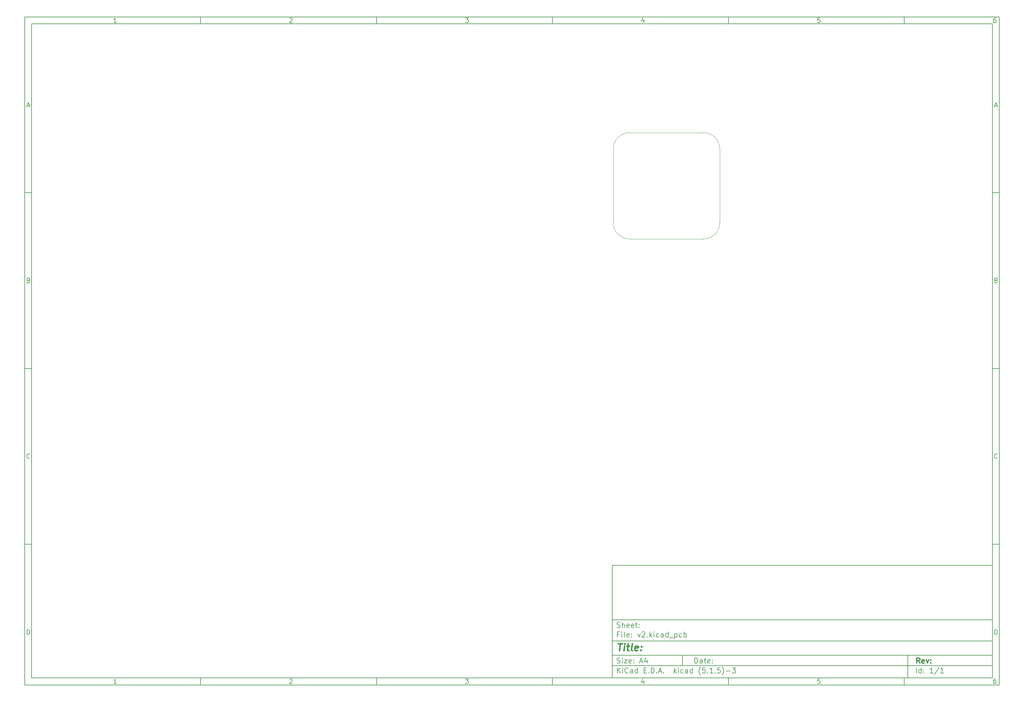
<source format=gbr>
G04 #@! TF.GenerationSoftware,KiCad,Pcbnew,(5.1.5)-3*
G04 #@! TF.CreationDate,2020-05-09T15:27:07-04:00*
G04 #@! TF.ProjectId,v2,76322e6b-6963-4616-945f-706362585858,rev?*
G04 #@! TF.SameCoordinates,Original*
G04 #@! TF.FileFunction,Profile,NP*
%FSLAX46Y46*%
G04 Gerber Fmt 4.6, Leading zero omitted, Abs format (unit mm)*
G04 Created by KiCad (PCBNEW (5.1.5)-3) date 2020-05-09 15:27:07*
%MOMM*%
%LPD*%
G04 APERTURE LIST*
%ADD10C,0.100000*%
%ADD11C,0.150000*%
%ADD12C,0.300000*%
%ADD13C,0.400000*%
%ADD14C,0.050000*%
G04 APERTURE END LIST*
D10*
D11*
X177002200Y-166007200D02*
X177002200Y-198007200D01*
X285002200Y-198007200D01*
X285002200Y-166007200D01*
X177002200Y-166007200D01*
D10*
D11*
X10000000Y-10000000D02*
X10000000Y-200007200D01*
X287002200Y-200007200D01*
X287002200Y-10000000D01*
X10000000Y-10000000D01*
D10*
D11*
X12000000Y-12000000D02*
X12000000Y-198007200D01*
X285002200Y-198007200D01*
X285002200Y-12000000D01*
X12000000Y-12000000D01*
D10*
D11*
X60000000Y-12000000D02*
X60000000Y-10000000D01*
D10*
D11*
X110000000Y-12000000D02*
X110000000Y-10000000D01*
D10*
D11*
X160000000Y-12000000D02*
X160000000Y-10000000D01*
D10*
D11*
X210000000Y-12000000D02*
X210000000Y-10000000D01*
D10*
D11*
X260000000Y-12000000D02*
X260000000Y-10000000D01*
D10*
D11*
X36065476Y-11588095D02*
X35322619Y-11588095D01*
X35694047Y-11588095D02*
X35694047Y-10288095D01*
X35570238Y-10473809D01*
X35446428Y-10597619D01*
X35322619Y-10659523D01*
D10*
D11*
X85322619Y-10411904D02*
X85384523Y-10350000D01*
X85508333Y-10288095D01*
X85817857Y-10288095D01*
X85941666Y-10350000D01*
X86003571Y-10411904D01*
X86065476Y-10535714D01*
X86065476Y-10659523D01*
X86003571Y-10845238D01*
X85260714Y-11588095D01*
X86065476Y-11588095D01*
D10*
D11*
X135260714Y-10288095D02*
X136065476Y-10288095D01*
X135632142Y-10783333D01*
X135817857Y-10783333D01*
X135941666Y-10845238D01*
X136003571Y-10907142D01*
X136065476Y-11030952D01*
X136065476Y-11340476D01*
X136003571Y-11464285D01*
X135941666Y-11526190D01*
X135817857Y-11588095D01*
X135446428Y-11588095D01*
X135322619Y-11526190D01*
X135260714Y-11464285D01*
D10*
D11*
X185941666Y-10721428D02*
X185941666Y-11588095D01*
X185632142Y-10226190D02*
X185322619Y-11154761D01*
X186127380Y-11154761D01*
D10*
D11*
X236003571Y-10288095D02*
X235384523Y-10288095D01*
X235322619Y-10907142D01*
X235384523Y-10845238D01*
X235508333Y-10783333D01*
X235817857Y-10783333D01*
X235941666Y-10845238D01*
X236003571Y-10907142D01*
X236065476Y-11030952D01*
X236065476Y-11340476D01*
X236003571Y-11464285D01*
X235941666Y-11526190D01*
X235817857Y-11588095D01*
X235508333Y-11588095D01*
X235384523Y-11526190D01*
X235322619Y-11464285D01*
D10*
D11*
X285941666Y-10288095D02*
X285694047Y-10288095D01*
X285570238Y-10350000D01*
X285508333Y-10411904D01*
X285384523Y-10597619D01*
X285322619Y-10845238D01*
X285322619Y-11340476D01*
X285384523Y-11464285D01*
X285446428Y-11526190D01*
X285570238Y-11588095D01*
X285817857Y-11588095D01*
X285941666Y-11526190D01*
X286003571Y-11464285D01*
X286065476Y-11340476D01*
X286065476Y-11030952D01*
X286003571Y-10907142D01*
X285941666Y-10845238D01*
X285817857Y-10783333D01*
X285570238Y-10783333D01*
X285446428Y-10845238D01*
X285384523Y-10907142D01*
X285322619Y-11030952D01*
D10*
D11*
X60000000Y-198007200D02*
X60000000Y-200007200D01*
D10*
D11*
X110000000Y-198007200D02*
X110000000Y-200007200D01*
D10*
D11*
X160000000Y-198007200D02*
X160000000Y-200007200D01*
D10*
D11*
X210000000Y-198007200D02*
X210000000Y-200007200D01*
D10*
D11*
X260000000Y-198007200D02*
X260000000Y-200007200D01*
D10*
D11*
X36065476Y-199595295D02*
X35322619Y-199595295D01*
X35694047Y-199595295D02*
X35694047Y-198295295D01*
X35570238Y-198481009D01*
X35446428Y-198604819D01*
X35322619Y-198666723D01*
D10*
D11*
X85322619Y-198419104D02*
X85384523Y-198357200D01*
X85508333Y-198295295D01*
X85817857Y-198295295D01*
X85941666Y-198357200D01*
X86003571Y-198419104D01*
X86065476Y-198542914D01*
X86065476Y-198666723D01*
X86003571Y-198852438D01*
X85260714Y-199595295D01*
X86065476Y-199595295D01*
D10*
D11*
X135260714Y-198295295D02*
X136065476Y-198295295D01*
X135632142Y-198790533D01*
X135817857Y-198790533D01*
X135941666Y-198852438D01*
X136003571Y-198914342D01*
X136065476Y-199038152D01*
X136065476Y-199347676D01*
X136003571Y-199471485D01*
X135941666Y-199533390D01*
X135817857Y-199595295D01*
X135446428Y-199595295D01*
X135322619Y-199533390D01*
X135260714Y-199471485D01*
D10*
D11*
X185941666Y-198728628D02*
X185941666Y-199595295D01*
X185632142Y-198233390D02*
X185322619Y-199161961D01*
X186127380Y-199161961D01*
D10*
D11*
X236003571Y-198295295D02*
X235384523Y-198295295D01*
X235322619Y-198914342D01*
X235384523Y-198852438D01*
X235508333Y-198790533D01*
X235817857Y-198790533D01*
X235941666Y-198852438D01*
X236003571Y-198914342D01*
X236065476Y-199038152D01*
X236065476Y-199347676D01*
X236003571Y-199471485D01*
X235941666Y-199533390D01*
X235817857Y-199595295D01*
X235508333Y-199595295D01*
X235384523Y-199533390D01*
X235322619Y-199471485D01*
D10*
D11*
X285941666Y-198295295D02*
X285694047Y-198295295D01*
X285570238Y-198357200D01*
X285508333Y-198419104D01*
X285384523Y-198604819D01*
X285322619Y-198852438D01*
X285322619Y-199347676D01*
X285384523Y-199471485D01*
X285446428Y-199533390D01*
X285570238Y-199595295D01*
X285817857Y-199595295D01*
X285941666Y-199533390D01*
X286003571Y-199471485D01*
X286065476Y-199347676D01*
X286065476Y-199038152D01*
X286003571Y-198914342D01*
X285941666Y-198852438D01*
X285817857Y-198790533D01*
X285570238Y-198790533D01*
X285446428Y-198852438D01*
X285384523Y-198914342D01*
X285322619Y-199038152D01*
D10*
D11*
X10000000Y-60000000D02*
X12000000Y-60000000D01*
D10*
D11*
X10000000Y-110000000D02*
X12000000Y-110000000D01*
D10*
D11*
X10000000Y-160000000D02*
X12000000Y-160000000D01*
D10*
D11*
X10690476Y-35216666D02*
X11309523Y-35216666D01*
X10566666Y-35588095D02*
X11000000Y-34288095D01*
X11433333Y-35588095D01*
D10*
D11*
X11092857Y-84907142D02*
X11278571Y-84969047D01*
X11340476Y-85030952D01*
X11402380Y-85154761D01*
X11402380Y-85340476D01*
X11340476Y-85464285D01*
X11278571Y-85526190D01*
X11154761Y-85588095D01*
X10659523Y-85588095D01*
X10659523Y-84288095D01*
X11092857Y-84288095D01*
X11216666Y-84350000D01*
X11278571Y-84411904D01*
X11340476Y-84535714D01*
X11340476Y-84659523D01*
X11278571Y-84783333D01*
X11216666Y-84845238D01*
X11092857Y-84907142D01*
X10659523Y-84907142D01*
D10*
D11*
X11402380Y-135464285D02*
X11340476Y-135526190D01*
X11154761Y-135588095D01*
X11030952Y-135588095D01*
X10845238Y-135526190D01*
X10721428Y-135402380D01*
X10659523Y-135278571D01*
X10597619Y-135030952D01*
X10597619Y-134845238D01*
X10659523Y-134597619D01*
X10721428Y-134473809D01*
X10845238Y-134350000D01*
X11030952Y-134288095D01*
X11154761Y-134288095D01*
X11340476Y-134350000D01*
X11402380Y-134411904D01*
D10*
D11*
X10659523Y-185588095D02*
X10659523Y-184288095D01*
X10969047Y-184288095D01*
X11154761Y-184350000D01*
X11278571Y-184473809D01*
X11340476Y-184597619D01*
X11402380Y-184845238D01*
X11402380Y-185030952D01*
X11340476Y-185278571D01*
X11278571Y-185402380D01*
X11154761Y-185526190D01*
X10969047Y-185588095D01*
X10659523Y-185588095D01*
D10*
D11*
X287002200Y-60000000D02*
X285002200Y-60000000D01*
D10*
D11*
X287002200Y-110000000D02*
X285002200Y-110000000D01*
D10*
D11*
X287002200Y-160000000D02*
X285002200Y-160000000D01*
D10*
D11*
X285692676Y-35216666D02*
X286311723Y-35216666D01*
X285568866Y-35588095D02*
X286002200Y-34288095D01*
X286435533Y-35588095D01*
D10*
D11*
X286095057Y-84907142D02*
X286280771Y-84969047D01*
X286342676Y-85030952D01*
X286404580Y-85154761D01*
X286404580Y-85340476D01*
X286342676Y-85464285D01*
X286280771Y-85526190D01*
X286156961Y-85588095D01*
X285661723Y-85588095D01*
X285661723Y-84288095D01*
X286095057Y-84288095D01*
X286218866Y-84350000D01*
X286280771Y-84411904D01*
X286342676Y-84535714D01*
X286342676Y-84659523D01*
X286280771Y-84783333D01*
X286218866Y-84845238D01*
X286095057Y-84907142D01*
X285661723Y-84907142D01*
D10*
D11*
X286404580Y-135464285D02*
X286342676Y-135526190D01*
X286156961Y-135588095D01*
X286033152Y-135588095D01*
X285847438Y-135526190D01*
X285723628Y-135402380D01*
X285661723Y-135278571D01*
X285599819Y-135030952D01*
X285599819Y-134845238D01*
X285661723Y-134597619D01*
X285723628Y-134473809D01*
X285847438Y-134350000D01*
X286033152Y-134288095D01*
X286156961Y-134288095D01*
X286342676Y-134350000D01*
X286404580Y-134411904D01*
D10*
D11*
X285661723Y-185588095D02*
X285661723Y-184288095D01*
X285971247Y-184288095D01*
X286156961Y-184350000D01*
X286280771Y-184473809D01*
X286342676Y-184597619D01*
X286404580Y-184845238D01*
X286404580Y-185030952D01*
X286342676Y-185278571D01*
X286280771Y-185402380D01*
X286156961Y-185526190D01*
X285971247Y-185588095D01*
X285661723Y-185588095D01*
D10*
D11*
X200434342Y-193785771D02*
X200434342Y-192285771D01*
X200791485Y-192285771D01*
X201005771Y-192357200D01*
X201148628Y-192500057D01*
X201220057Y-192642914D01*
X201291485Y-192928628D01*
X201291485Y-193142914D01*
X201220057Y-193428628D01*
X201148628Y-193571485D01*
X201005771Y-193714342D01*
X200791485Y-193785771D01*
X200434342Y-193785771D01*
X202577200Y-193785771D02*
X202577200Y-193000057D01*
X202505771Y-192857200D01*
X202362914Y-192785771D01*
X202077200Y-192785771D01*
X201934342Y-192857200D01*
X202577200Y-193714342D02*
X202434342Y-193785771D01*
X202077200Y-193785771D01*
X201934342Y-193714342D01*
X201862914Y-193571485D01*
X201862914Y-193428628D01*
X201934342Y-193285771D01*
X202077200Y-193214342D01*
X202434342Y-193214342D01*
X202577200Y-193142914D01*
X203077200Y-192785771D02*
X203648628Y-192785771D01*
X203291485Y-192285771D02*
X203291485Y-193571485D01*
X203362914Y-193714342D01*
X203505771Y-193785771D01*
X203648628Y-193785771D01*
X204720057Y-193714342D02*
X204577200Y-193785771D01*
X204291485Y-193785771D01*
X204148628Y-193714342D01*
X204077200Y-193571485D01*
X204077200Y-193000057D01*
X204148628Y-192857200D01*
X204291485Y-192785771D01*
X204577200Y-192785771D01*
X204720057Y-192857200D01*
X204791485Y-193000057D01*
X204791485Y-193142914D01*
X204077200Y-193285771D01*
X205434342Y-193642914D02*
X205505771Y-193714342D01*
X205434342Y-193785771D01*
X205362914Y-193714342D01*
X205434342Y-193642914D01*
X205434342Y-193785771D01*
X205434342Y-192857200D02*
X205505771Y-192928628D01*
X205434342Y-193000057D01*
X205362914Y-192928628D01*
X205434342Y-192857200D01*
X205434342Y-193000057D01*
D10*
D11*
X177002200Y-194507200D02*
X285002200Y-194507200D01*
D10*
D11*
X178434342Y-196585771D02*
X178434342Y-195085771D01*
X179291485Y-196585771D02*
X178648628Y-195728628D01*
X179291485Y-195085771D02*
X178434342Y-195942914D01*
X179934342Y-196585771D02*
X179934342Y-195585771D01*
X179934342Y-195085771D02*
X179862914Y-195157200D01*
X179934342Y-195228628D01*
X180005771Y-195157200D01*
X179934342Y-195085771D01*
X179934342Y-195228628D01*
X181505771Y-196442914D02*
X181434342Y-196514342D01*
X181220057Y-196585771D01*
X181077200Y-196585771D01*
X180862914Y-196514342D01*
X180720057Y-196371485D01*
X180648628Y-196228628D01*
X180577200Y-195942914D01*
X180577200Y-195728628D01*
X180648628Y-195442914D01*
X180720057Y-195300057D01*
X180862914Y-195157200D01*
X181077200Y-195085771D01*
X181220057Y-195085771D01*
X181434342Y-195157200D01*
X181505771Y-195228628D01*
X182791485Y-196585771D02*
X182791485Y-195800057D01*
X182720057Y-195657200D01*
X182577200Y-195585771D01*
X182291485Y-195585771D01*
X182148628Y-195657200D01*
X182791485Y-196514342D02*
X182648628Y-196585771D01*
X182291485Y-196585771D01*
X182148628Y-196514342D01*
X182077200Y-196371485D01*
X182077200Y-196228628D01*
X182148628Y-196085771D01*
X182291485Y-196014342D01*
X182648628Y-196014342D01*
X182791485Y-195942914D01*
X184148628Y-196585771D02*
X184148628Y-195085771D01*
X184148628Y-196514342D02*
X184005771Y-196585771D01*
X183720057Y-196585771D01*
X183577200Y-196514342D01*
X183505771Y-196442914D01*
X183434342Y-196300057D01*
X183434342Y-195871485D01*
X183505771Y-195728628D01*
X183577200Y-195657200D01*
X183720057Y-195585771D01*
X184005771Y-195585771D01*
X184148628Y-195657200D01*
X186005771Y-195800057D02*
X186505771Y-195800057D01*
X186720057Y-196585771D02*
X186005771Y-196585771D01*
X186005771Y-195085771D01*
X186720057Y-195085771D01*
X187362914Y-196442914D02*
X187434342Y-196514342D01*
X187362914Y-196585771D01*
X187291485Y-196514342D01*
X187362914Y-196442914D01*
X187362914Y-196585771D01*
X188077200Y-196585771D02*
X188077200Y-195085771D01*
X188434342Y-195085771D01*
X188648628Y-195157200D01*
X188791485Y-195300057D01*
X188862914Y-195442914D01*
X188934342Y-195728628D01*
X188934342Y-195942914D01*
X188862914Y-196228628D01*
X188791485Y-196371485D01*
X188648628Y-196514342D01*
X188434342Y-196585771D01*
X188077200Y-196585771D01*
X189577200Y-196442914D02*
X189648628Y-196514342D01*
X189577200Y-196585771D01*
X189505771Y-196514342D01*
X189577200Y-196442914D01*
X189577200Y-196585771D01*
X190220057Y-196157200D02*
X190934342Y-196157200D01*
X190077200Y-196585771D02*
X190577200Y-195085771D01*
X191077200Y-196585771D01*
X191577200Y-196442914D02*
X191648628Y-196514342D01*
X191577200Y-196585771D01*
X191505771Y-196514342D01*
X191577200Y-196442914D01*
X191577200Y-196585771D01*
X194577200Y-196585771D02*
X194577200Y-195085771D01*
X194720057Y-196014342D02*
X195148628Y-196585771D01*
X195148628Y-195585771D02*
X194577200Y-196157200D01*
X195791485Y-196585771D02*
X195791485Y-195585771D01*
X195791485Y-195085771D02*
X195720057Y-195157200D01*
X195791485Y-195228628D01*
X195862914Y-195157200D01*
X195791485Y-195085771D01*
X195791485Y-195228628D01*
X197148628Y-196514342D02*
X197005771Y-196585771D01*
X196720057Y-196585771D01*
X196577200Y-196514342D01*
X196505771Y-196442914D01*
X196434342Y-196300057D01*
X196434342Y-195871485D01*
X196505771Y-195728628D01*
X196577200Y-195657200D01*
X196720057Y-195585771D01*
X197005771Y-195585771D01*
X197148628Y-195657200D01*
X198434342Y-196585771D02*
X198434342Y-195800057D01*
X198362914Y-195657200D01*
X198220057Y-195585771D01*
X197934342Y-195585771D01*
X197791485Y-195657200D01*
X198434342Y-196514342D02*
X198291485Y-196585771D01*
X197934342Y-196585771D01*
X197791485Y-196514342D01*
X197720057Y-196371485D01*
X197720057Y-196228628D01*
X197791485Y-196085771D01*
X197934342Y-196014342D01*
X198291485Y-196014342D01*
X198434342Y-195942914D01*
X199791485Y-196585771D02*
X199791485Y-195085771D01*
X199791485Y-196514342D02*
X199648628Y-196585771D01*
X199362914Y-196585771D01*
X199220057Y-196514342D01*
X199148628Y-196442914D01*
X199077200Y-196300057D01*
X199077200Y-195871485D01*
X199148628Y-195728628D01*
X199220057Y-195657200D01*
X199362914Y-195585771D01*
X199648628Y-195585771D01*
X199791485Y-195657200D01*
X202077200Y-197157200D02*
X202005771Y-197085771D01*
X201862914Y-196871485D01*
X201791485Y-196728628D01*
X201720057Y-196514342D01*
X201648628Y-196157200D01*
X201648628Y-195871485D01*
X201720057Y-195514342D01*
X201791485Y-195300057D01*
X201862914Y-195157200D01*
X202005771Y-194942914D01*
X202077200Y-194871485D01*
X203362914Y-195085771D02*
X202648628Y-195085771D01*
X202577200Y-195800057D01*
X202648628Y-195728628D01*
X202791485Y-195657200D01*
X203148628Y-195657200D01*
X203291485Y-195728628D01*
X203362914Y-195800057D01*
X203434342Y-195942914D01*
X203434342Y-196300057D01*
X203362914Y-196442914D01*
X203291485Y-196514342D01*
X203148628Y-196585771D01*
X202791485Y-196585771D01*
X202648628Y-196514342D01*
X202577200Y-196442914D01*
X204077200Y-196442914D02*
X204148628Y-196514342D01*
X204077200Y-196585771D01*
X204005771Y-196514342D01*
X204077200Y-196442914D01*
X204077200Y-196585771D01*
X205577200Y-196585771D02*
X204720057Y-196585771D01*
X205148628Y-196585771D02*
X205148628Y-195085771D01*
X205005771Y-195300057D01*
X204862914Y-195442914D01*
X204720057Y-195514342D01*
X206220057Y-196442914D02*
X206291485Y-196514342D01*
X206220057Y-196585771D01*
X206148628Y-196514342D01*
X206220057Y-196442914D01*
X206220057Y-196585771D01*
X207648628Y-195085771D02*
X206934342Y-195085771D01*
X206862914Y-195800057D01*
X206934342Y-195728628D01*
X207077200Y-195657200D01*
X207434342Y-195657200D01*
X207577200Y-195728628D01*
X207648628Y-195800057D01*
X207720057Y-195942914D01*
X207720057Y-196300057D01*
X207648628Y-196442914D01*
X207577200Y-196514342D01*
X207434342Y-196585771D01*
X207077200Y-196585771D01*
X206934342Y-196514342D01*
X206862914Y-196442914D01*
X208220057Y-197157200D02*
X208291485Y-197085771D01*
X208434342Y-196871485D01*
X208505771Y-196728628D01*
X208577200Y-196514342D01*
X208648628Y-196157200D01*
X208648628Y-195871485D01*
X208577200Y-195514342D01*
X208505771Y-195300057D01*
X208434342Y-195157200D01*
X208291485Y-194942914D01*
X208220057Y-194871485D01*
X209362914Y-196014342D02*
X210505771Y-196014342D01*
X211077200Y-195085771D02*
X212005771Y-195085771D01*
X211505771Y-195657200D01*
X211720057Y-195657200D01*
X211862914Y-195728628D01*
X211934342Y-195800057D01*
X212005771Y-195942914D01*
X212005771Y-196300057D01*
X211934342Y-196442914D01*
X211862914Y-196514342D01*
X211720057Y-196585771D01*
X211291485Y-196585771D01*
X211148628Y-196514342D01*
X211077200Y-196442914D01*
D10*
D11*
X177002200Y-191507200D02*
X285002200Y-191507200D01*
D10*
D12*
X264411485Y-193785771D02*
X263911485Y-193071485D01*
X263554342Y-193785771D02*
X263554342Y-192285771D01*
X264125771Y-192285771D01*
X264268628Y-192357200D01*
X264340057Y-192428628D01*
X264411485Y-192571485D01*
X264411485Y-192785771D01*
X264340057Y-192928628D01*
X264268628Y-193000057D01*
X264125771Y-193071485D01*
X263554342Y-193071485D01*
X265625771Y-193714342D02*
X265482914Y-193785771D01*
X265197200Y-193785771D01*
X265054342Y-193714342D01*
X264982914Y-193571485D01*
X264982914Y-193000057D01*
X265054342Y-192857200D01*
X265197200Y-192785771D01*
X265482914Y-192785771D01*
X265625771Y-192857200D01*
X265697200Y-193000057D01*
X265697200Y-193142914D01*
X264982914Y-193285771D01*
X266197200Y-192785771D02*
X266554342Y-193785771D01*
X266911485Y-192785771D01*
X267482914Y-193642914D02*
X267554342Y-193714342D01*
X267482914Y-193785771D01*
X267411485Y-193714342D01*
X267482914Y-193642914D01*
X267482914Y-193785771D01*
X267482914Y-192857200D02*
X267554342Y-192928628D01*
X267482914Y-193000057D01*
X267411485Y-192928628D01*
X267482914Y-192857200D01*
X267482914Y-193000057D01*
D10*
D11*
X178362914Y-193714342D02*
X178577200Y-193785771D01*
X178934342Y-193785771D01*
X179077200Y-193714342D01*
X179148628Y-193642914D01*
X179220057Y-193500057D01*
X179220057Y-193357200D01*
X179148628Y-193214342D01*
X179077200Y-193142914D01*
X178934342Y-193071485D01*
X178648628Y-193000057D01*
X178505771Y-192928628D01*
X178434342Y-192857200D01*
X178362914Y-192714342D01*
X178362914Y-192571485D01*
X178434342Y-192428628D01*
X178505771Y-192357200D01*
X178648628Y-192285771D01*
X179005771Y-192285771D01*
X179220057Y-192357200D01*
X179862914Y-193785771D02*
X179862914Y-192785771D01*
X179862914Y-192285771D02*
X179791485Y-192357200D01*
X179862914Y-192428628D01*
X179934342Y-192357200D01*
X179862914Y-192285771D01*
X179862914Y-192428628D01*
X180434342Y-192785771D02*
X181220057Y-192785771D01*
X180434342Y-193785771D01*
X181220057Y-193785771D01*
X182362914Y-193714342D02*
X182220057Y-193785771D01*
X181934342Y-193785771D01*
X181791485Y-193714342D01*
X181720057Y-193571485D01*
X181720057Y-193000057D01*
X181791485Y-192857200D01*
X181934342Y-192785771D01*
X182220057Y-192785771D01*
X182362914Y-192857200D01*
X182434342Y-193000057D01*
X182434342Y-193142914D01*
X181720057Y-193285771D01*
X183077200Y-193642914D02*
X183148628Y-193714342D01*
X183077200Y-193785771D01*
X183005771Y-193714342D01*
X183077200Y-193642914D01*
X183077200Y-193785771D01*
X183077200Y-192857200D02*
X183148628Y-192928628D01*
X183077200Y-193000057D01*
X183005771Y-192928628D01*
X183077200Y-192857200D01*
X183077200Y-193000057D01*
X184862914Y-193357200D02*
X185577200Y-193357200D01*
X184720057Y-193785771D02*
X185220057Y-192285771D01*
X185720057Y-193785771D01*
X186862914Y-192785771D02*
X186862914Y-193785771D01*
X186505771Y-192214342D02*
X186148628Y-193285771D01*
X187077200Y-193285771D01*
D10*
D11*
X263434342Y-196585771D02*
X263434342Y-195085771D01*
X264791485Y-196585771D02*
X264791485Y-195085771D01*
X264791485Y-196514342D02*
X264648628Y-196585771D01*
X264362914Y-196585771D01*
X264220057Y-196514342D01*
X264148628Y-196442914D01*
X264077200Y-196300057D01*
X264077200Y-195871485D01*
X264148628Y-195728628D01*
X264220057Y-195657200D01*
X264362914Y-195585771D01*
X264648628Y-195585771D01*
X264791485Y-195657200D01*
X265505771Y-196442914D02*
X265577200Y-196514342D01*
X265505771Y-196585771D01*
X265434342Y-196514342D01*
X265505771Y-196442914D01*
X265505771Y-196585771D01*
X265505771Y-195657200D02*
X265577200Y-195728628D01*
X265505771Y-195800057D01*
X265434342Y-195728628D01*
X265505771Y-195657200D01*
X265505771Y-195800057D01*
X268148628Y-196585771D02*
X267291485Y-196585771D01*
X267720057Y-196585771D02*
X267720057Y-195085771D01*
X267577200Y-195300057D01*
X267434342Y-195442914D01*
X267291485Y-195514342D01*
X269862914Y-195014342D02*
X268577200Y-196942914D01*
X271148628Y-196585771D02*
X270291485Y-196585771D01*
X270720057Y-196585771D02*
X270720057Y-195085771D01*
X270577200Y-195300057D01*
X270434342Y-195442914D01*
X270291485Y-195514342D01*
D10*
D11*
X177002200Y-187507200D02*
X285002200Y-187507200D01*
D10*
D13*
X178714580Y-188211961D02*
X179857438Y-188211961D01*
X179036009Y-190211961D02*
X179286009Y-188211961D01*
X180274104Y-190211961D02*
X180440771Y-188878628D01*
X180524104Y-188211961D02*
X180416961Y-188307200D01*
X180500295Y-188402438D01*
X180607438Y-188307200D01*
X180524104Y-188211961D01*
X180500295Y-188402438D01*
X181107438Y-188878628D02*
X181869342Y-188878628D01*
X181476485Y-188211961D02*
X181262200Y-189926247D01*
X181333628Y-190116723D01*
X181512200Y-190211961D01*
X181702676Y-190211961D01*
X182655057Y-190211961D02*
X182476485Y-190116723D01*
X182405057Y-189926247D01*
X182619342Y-188211961D01*
X184190771Y-190116723D02*
X183988390Y-190211961D01*
X183607438Y-190211961D01*
X183428866Y-190116723D01*
X183357438Y-189926247D01*
X183452676Y-189164342D01*
X183571723Y-188973866D01*
X183774104Y-188878628D01*
X184155057Y-188878628D01*
X184333628Y-188973866D01*
X184405057Y-189164342D01*
X184381247Y-189354819D01*
X183405057Y-189545295D01*
X185155057Y-190021485D02*
X185238390Y-190116723D01*
X185131247Y-190211961D01*
X185047914Y-190116723D01*
X185155057Y-190021485D01*
X185131247Y-190211961D01*
X185286009Y-188973866D02*
X185369342Y-189069104D01*
X185262200Y-189164342D01*
X185178866Y-189069104D01*
X185286009Y-188973866D01*
X185262200Y-189164342D01*
D10*
D11*
X178934342Y-185600057D02*
X178434342Y-185600057D01*
X178434342Y-186385771D02*
X178434342Y-184885771D01*
X179148628Y-184885771D01*
X179720057Y-186385771D02*
X179720057Y-185385771D01*
X179720057Y-184885771D02*
X179648628Y-184957200D01*
X179720057Y-185028628D01*
X179791485Y-184957200D01*
X179720057Y-184885771D01*
X179720057Y-185028628D01*
X180648628Y-186385771D02*
X180505771Y-186314342D01*
X180434342Y-186171485D01*
X180434342Y-184885771D01*
X181791485Y-186314342D02*
X181648628Y-186385771D01*
X181362914Y-186385771D01*
X181220057Y-186314342D01*
X181148628Y-186171485D01*
X181148628Y-185600057D01*
X181220057Y-185457200D01*
X181362914Y-185385771D01*
X181648628Y-185385771D01*
X181791485Y-185457200D01*
X181862914Y-185600057D01*
X181862914Y-185742914D01*
X181148628Y-185885771D01*
X182505771Y-186242914D02*
X182577200Y-186314342D01*
X182505771Y-186385771D01*
X182434342Y-186314342D01*
X182505771Y-186242914D01*
X182505771Y-186385771D01*
X182505771Y-185457200D02*
X182577200Y-185528628D01*
X182505771Y-185600057D01*
X182434342Y-185528628D01*
X182505771Y-185457200D01*
X182505771Y-185600057D01*
X184220057Y-185385771D02*
X184577200Y-186385771D01*
X184934342Y-185385771D01*
X185434342Y-185028628D02*
X185505771Y-184957200D01*
X185648628Y-184885771D01*
X186005771Y-184885771D01*
X186148628Y-184957200D01*
X186220057Y-185028628D01*
X186291485Y-185171485D01*
X186291485Y-185314342D01*
X186220057Y-185528628D01*
X185362914Y-186385771D01*
X186291485Y-186385771D01*
X186934342Y-186242914D02*
X187005771Y-186314342D01*
X186934342Y-186385771D01*
X186862914Y-186314342D01*
X186934342Y-186242914D01*
X186934342Y-186385771D01*
X187648628Y-186385771D02*
X187648628Y-184885771D01*
X187791485Y-185814342D02*
X188220057Y-186385771D01*
X188220057Y-185385771D02*
X187648628Y-185957200D01*
X188862914Y-186385771D02*
X188862914Y-185385771D01*
X188862914Y-184885771D02*
X188791485Y-184957200D01*
X188862914Y-185028628D01*
X188934342Y-184957200D01*
X188862914Y-184885771D01*
X188862914Y-185028628D01*
X190220057Y-186314342D02*
X190077200Y-186385771D01*
X189791485Y-186385771D01*
X189648628Y-186314342D01*
X189577200Y-186242914D01*
X189505771Y-186100057D01*
X189505771Y-185671485D01*
X189577200Y-185528628D01*
X189648628Y-185457200D01*
X189791485Y-185385771D01*
X190077200Y-185385771D01*
X190220057Y-185457200D01*
X191505771Y-186385771D02*
X191505771Y-185600057D01*
X191434342Y-185457200D01*
X191291485Y-185385771D01*
X191005771Y-185385771D01*
X190862914Y-185457200D01*
X191505771Y-186314342D02*
X191362914Y-186385771D01*
X191005771Y-186385771D01*
X190862914Y-186314342D01*
X190791485Y-186171485D01*
X190791485Y-186028628D01*
X190862914Y-185885771D01*
X191005771Y-185814342D01*
X191362914Y-185814342D01*
X191505771Y-185742914D01*
X192862914Y-186385771D02*
X192862914Y-184885771D01*
X192862914Y-186314342D02*
X192720057Y-186385771D01*
X192434342Y-186385771D01*
X192291485Y-186314342D01*
X192220057Y-186242914D01*
X192148628Y-186100057D01*
X192148628Y-185671485D01*
X192220057Y-185528628D01*
X192291485Y-185457200D01*
X192434342Y-185385771D01*
X192720057Y-185385771D01*
X192862914Y-185457200D01*
X193220057Y-186528628D02*
X194362914Y-186528628D01*
X194720057Y-185385771D02*
X194720057Y-186885771D01*
X194720057Y-185457200D02*
X194862914Y-185385771D01*
X195148628Y-185385771D01*
X195291485Y-185457200D01*
X195362914Y-185528628D01*
X195434342Y-185671485D01*
X195434342Y-186100057D01*
X195362914Y-186242914D01*
X195291485Y-186314342D01*
X195148628Y-186385771D01*
X194862914Y-186385771D01*
X194720057Y-186314342D01*
X196720057Y-186314342D02*
X196577200Y-186385771D01*
X196291485Y-186385771D01*
X196148628Y-186314342D01*
X196077200Y-186242914D01*
X196005771Y-186100057D01*
X196005771Y-185671485D01*
X196077200Y-185528628D01*
X196148628Y-185457200D01*
X196291485Y-185385771D01*
X196577200Y-185385771D01*
X196720057Y-185457200D01*
X197362914Y-186385771D02*
X197362914Y-184885771D01*
X197362914Y-185457200D02*
X197505771Y-185385771D01*
X197791485Y-185385771D01*
X197934342Y-185457200D01*
X198005771Y-185528628D01*
X198077200Y-185671485D01*
X198077200Y-186100057D01*
X198005771Y-186242914D01*
X197934342Y-186314342D01*
X197791485Y-186385771D01*
X197505771Y-186385771D01*
X197362914Y-186314342D01*
D10*
D11*
X177002200Y-181507200D02*
X285002200Y-181507200D01*
D10*
D11*
X178362914Y-183614342D02*
X178577200Y-183685771D01*
X178934342Y-183685771D01*
X179077200Y-183614342D01*
X179148628Y-183542914D01*
X179220057Y-183400057D01*
X179220057Y-183257200D01*
X179148628Y-183114342D01*
X179077200Y-183042914D01*
X178934342Y-182971485D01*
X178648628Y-182900057D01*
X178505771Y-182828628D01*
X178434342Y-182757200D01*
X178362914Y-182614342D01*
X178362914Y-182471485D01*
X178434342Y-182328628D01*
X178505771Y-182257200D01*
X178648628Y-182185771D01*
X179005771Y-182185771D01*
X179220057Y-182257200D01*
X179862914Y-183685771D02*
X179862914Y-182185771D01*
X180505771Y-183685771D02*
X180505771Y-182900057D01*
X180434342Y-182757200D01*
X180291485Y-182685771D01*
X180077200Y-182685771D01*
X179934342Y-182757200D01*
X179862914Y-182828628D01*
X181791485Y-183614342D02*
X181648628Y-183685771D01*
X181362914Y-183685771D01*
X181220057Y-183614342D01*
X181148628Y-183471485D01*
X181148628Y-182900057D01*
X181220057Y-182757200D01*
X181362914Y-182685771D01*
X181648628Y-182685771D01*
X181791485Y-182757200D01*
X181862914Y-182900057D01*
X181862914Y-183042914D01*
X181148628Y-183185771D01*
X183077200Y-183614342D02*
X182934342Y-183685771D01*
X182648628Y-183685771D01*
X182505771Y-183614342D01*
X182434342Y-183471485D01*
X182434342Y-182900057D01*
X182505771Y-182757200D01*
X182648628Y-182685771D01*
X182934342Y-182685771D01*
X183077200Y-182757200D01*
X183148628Y-182900057D01*
X183148628Y-183042914D01*
X182434342Y-183185771D01*
X183577200Y-182685771D02*
X184148628Y-182685771D01*
X183791485Y-182185771D02*
X183791485Y-183471485D01*
X183862914Y-183614342D01*
X184005771Y-183685771D01*
X184148628Y-183685771D01*
X184648628Y-183542914D02*
X184720057Y-183614342D01*
X184648628Y-183685771D01*
X184577200Y-183614342D01*
X184648628Y-183542914D01*
X184648628Y-183685771D01*
X184648628Y-182757200D02*
X184720057Y-182828628D01*
X184648628Y-182900057D01*
X184577200Y-182828628D01*
X184648628Y-182757200D01*
X184648628Y-182900057D01*
D10*
D11*
X197002200Y-191507200D02*
X197002200Y-194507200D01*
D10*
D11*
X261002200Y-191507200D02*
X261002200Y-198007200D01*
D14*
X202946000Y-42926000D02*
G75*
G02X207518000Y-47498000I0J-4572000D01*
G01*
X207518000Y-68580000D02*
G75*
G02X202946000Y-73152000I-4572000J0D01*
G01*
X181864000Y-73152000D02*
G75*
G02X177292000Y-68580000I0J4572000D01*
G01*
X177292000Y-47498000D02*
G75*
G02X181864000Y-42926000I4572000J0D01*
G01*
X202946000Y-42926000D02*
X181864000Y-42926000D01*
X207518000Y-68580000D02*
X207518000Y-47498000D01*
X181864000Y-73152000D02*
X202946000Y-73152000D01*
X177292000Y-47498000D02*
X177292000Y-68580000D01*
M02*

</source>
